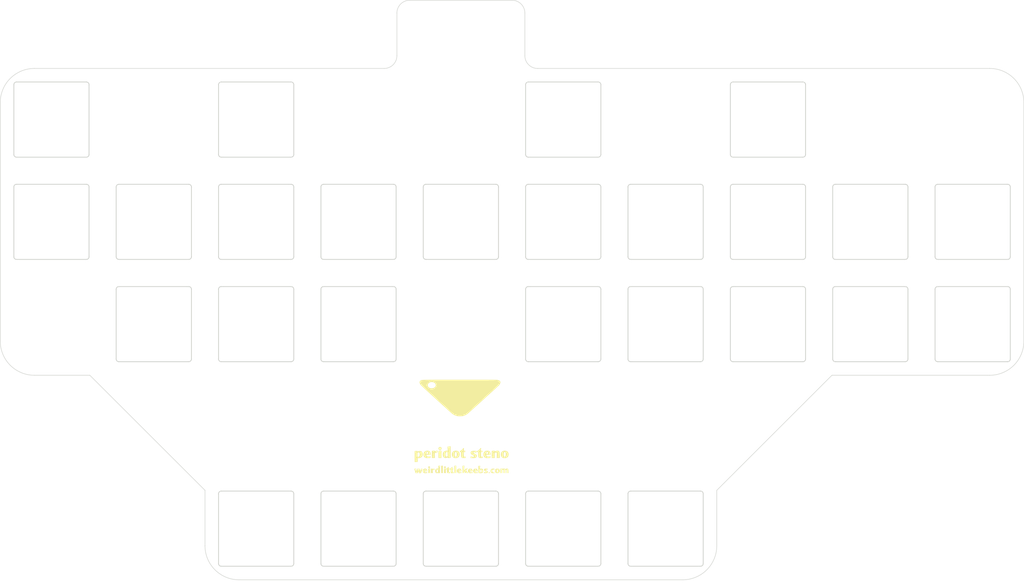
<source format=kicad_pcb>
(kicad_pcb (version 20211014) (generator pcbnew)
  (layers (0 "F.Cu" signal) (31 "B.Cu" signal) (34 "B.Paste" user) (35 "F.Paste" user) (36 "B.SilkS" user "B.Silkscreen") (37 "F.SilkS" user "F.Silkscreen") (38 "B.Mask" user) (39 "F.Mask" user) (44 "Edge.Cuts" user))
  (net 0 "")
  (footprint "MountingHole:MountingHole_2.7mm_M2.5" (layer "F.Cu") (at 95.25 44.45)
    (fp_text reference "H11")
    (fp_text value "MountingHole")
    (pad "" np_thru_hole circle (at 0 0) (size 2.7 2.7) (drill 2.7) (layers *.Cu *.Mask))
  )
  (footprint "MountingHole:MountingHole_2.7mm_M2.5" (layer "F.Cu") (at 228.6 91.44)
    (fp_text reference "H12")
    (fp_text value "MountingHole")
    (pad "" np_thru_hole circle (at 0 0) (size 2.7 2.7) (drill 2.7) (layers *.Cu *.Mask))
  )
  (footprint "MountingHole:MountingHole_2.7mm_M2.5" (layer "F.Cu") (at 190.5 44.45)
    (fp_text reference "H3")
    (fp_text value "MountingHole")
    (pad "" np_thru_hole circle (at 0 0) (size 2.7 2.7) (drill 2.7) (layers *.Cu *.Mask))
  )
  (footprint "MountingHole:MountingHole_2.7mm_M2.5" (layer "F.Cu") (at 114.3 129.54)
    (fp_text reference "H1")
    (fp_text value "MountingHole")
    (pad "" np_thru_hole circle (at 0 0) (size 2.7 2.7) (drill 2.7) (layers *.Cu *.Mask))
  )
  (footprint "FOOTPRINTS:STENO LOGO M" (layer "F.Cu") (at 142.875 104.775)
    (fp_text reference "G***")
    (fp_text value "LOGO" hide)
  )
  (footprint "MountingHole:MountingHole_2.7mm_M2.5" (layer "F.Cu") (at 64.3128 91.44)
    (fp_text reference "H2")
    (fp_text value "MountingHole")
    (pad "" np_thru_hole circle (at 0 0) (size 2.7 2.7) (drill 2.7) (layers *.Cu *.Mask))
  )
  (footprint "MountingHole:MountingHole_2.7mm_M2.5" (layer "F.Cu") (at 227.965 44.45)
    (fp_text reference "H9")
    (fp_text value "MountingHole")
    (pad "" np_thru_hole circle (at 0 0) (size 2.7 2.7) (drill 2.7) (layers *.Cu *.Mask))
  )
  (footprint "MountingHole:MountingHole_2.7mm_M2.5" (layer "F.Cu") (at 142.9004 92.71)
    (fp_text reference "H6")
    (fp_text value "MountingHole")
    (pad "" np_thru_hole circle (at 0 0) (size 2.7 2.7) (drill 2.7) (layers *.Cu *.Mask))
  )
  (footprint "MountingHole:MountingHole_2.7mm_M2.5" (layer "F.Cu") (at 171.45 129.54)
    (fp_text reference "H8")
    (fp_text value "MountingHole")
    (pad "" np_thru_hole circle (at 0 0) (size 2.7 2.7) (drill 2.7) (layers *.Cu *.Mask))
  )
  (gr_line (start 193.025 60.175) (end 193.025 73.175) (layer "Edge.Cuts") (width 0.15))
  (gr_line (start 193.525 59.675) (end 206.525 59.675) (layer "Edge.Cuts") (width 0.15))
  (gr_arc (start 226.075 92.225) (mid 225.928553 92.578553) (end 225.575 92.725) (layer "Edge.Cuts") (width 0.15))
  (gr_line (start 73.81875 95.25) (end 63.5 95.25) (layer "Edge.Cuts") (width 0.1))
  (gr_arc (start 111.775 130.325) (mid 111.628553 130.678553) (end 111.275 130.825) (layer "Edge.Cuts") (width 0.15))
  (gr_arc (start 193.525 92.725) (mid 193.171447 92.578553) (end 193.025 92.225) (layer "Edge.Cuts") (width 0.15))
  (gr_line (start 193.525 92.725) (end 206.525 92.725) (layer "Edge.Cuts") (width 0.15))
  (gr_arc (start 117.325 130.825) (mid 116.971447 130.678553) (end 116.825 130.325) (layer "Edge.Cuts") (width 0.15))
  (gr_arc (start 101.6 133.35) (mid 97.109872 131.490128) (end 95.25 127) (layer "Edge.Cuts") (width 0.1))
  (gr_line (start 173.975 79.225) (end 173.975 92.225) (layer "Edge.Cuts") (width 0.15))
  (gr_line (start 193.525 78.725) (end 206.525 78.725) (layer "Edge.Cuts") (width 0.15))
  (gr_arc (start 193.025 60.175) (mid 193.171447 59.821447) (end 193.525 59.675) (layer "Edge.Cuts") (width 0.15))
  (gr_arc (start 111.775 54.125) (mid 111.628553 54.478553) (end 111.275 54.625) (layer "Edge.Cuts") (width 0.15))
  (gr_line (start 241.3 95.25) (end 211.93125 95.25) (layer "Edge.Cuts") (width 0.1))
  (gr_line (start 117.325 59.675) (end 130.325 59.675) (layer "Edge.Cuts") (width 0.15))
  (gr_line (start 60.175 73.675) (end 73.175 73.675) (layer "Edge.Cuts") (width 0.15))
  (gr_line (start 231.625 92.725) (end 244.625 92.725) (layer "Edge.Cuts") (width 0.15))
  (gr_line (start 187.975 79.225) (end 187.975 92.225) (layer "Edge.Cuts") (width 0.15))
  (gr_arc (start 247.65 88.9) (mid 245.790128 93.390128) (end 241.3 95.25) (layer "Edge.Cuts") (width 0.1))
  (gr_line (start 130.96875 27.78125) (end 130.96875 35.71875) (layer "Edge.Cuts") (width 0.1))
  (gr_line (start 173.975 117.325) (end 173.975 130.325) (layer "Edge.Cuts") (width 0.15))
  (gr_arc (start 98.275 73.675) (mid 97.921447 73.528553) (end 97.775 73.175) (layer "Edge.Cuts") (width 0.15))
  (gr_arc (start 187.475 59.675) (mid 187.828553 59.821447) (end 187.975 60.175) (layer "Edge.Cuts") (width 0.15))
  (gr_line (start 231.125 60.175) (end 231.125 73.175) (layer "Edge.Cuts") (width 0.15))
  (gr_arc (start 187.975 73.175) (mid 187.828553 73.528553) (end 187.475 73.675) (layer "Edge.Cuts") (width 0.15))
  (gr_arc (start 212.075 79.225) (mid 212.221447 78.871447) (end 212.575 78.725) (layer "Edge.Cuts") (width 0.15))
  (gr_line (start 116.825 79.225) (end 116.825 92.225) (layer "Edge.Cuts") (width 0.15))
  (gr_arc (start 130.96875 35.71875) (mid 130.271298 37.402548) (end 128.5875 38.1) (layer "Edge.Cuts") (width 0.1))
  (gr_arc (start 111.275 78.725) (mid 111.628553 78.871447) (end 111.775 79.225) (layer "Edge.Cuts") (width 0.15))
  (gr_arc (start 207.025 73.175) (mid 206.878553 73.528553) (end 206.525 73.675) (layer "Edge.Cuts") (width 0.15))
  (gr_arc (start 226.075 73.175) (mid 225.928553 73.528553) (end 225.575 73.675) (layer "Edge.Cuts") (width 0.15))
  (gr_line (start 212.075 79.225) (end 212.075 92.225) (layer "Edge.Cuts") (width 0.15))
  (gr_arc (start 149.875 130.325) (mid 149.728553 130.678553) (end 149.375 130.825) (layer "Edge.Cuts") (width 0.15))
  (gr_line (start 95.25 116.68125) (end 73.81875 95.25) (layer "Edge.Cuts") (width 0.1))
  (gr_arc (start 59.675 41.125) (mid 59.821447 40.771447) (end 60.175 40.625) (layer "Edge.Cuts") (width 0.15))
  (gr_line (start 211.93125 95.25) (end 190.5 116.68125) (layer "Edge.Cuts") (width 0.1))
  (gr_line (start 154.78125 27.78125) (end 154.78125 35.71875) (layer "Edge.Cuts") (width 0.1))
  (gr_line (start 212.575 78.725) (end 225.575 78.725) (layer "Edge.Cuts") (width 0.15))
  (gr_line (start 226.075 60.175) (end 226.075 73.175) (layer "Edge.Cuts") (width 0.15))
  (gr_line (start 92.725 60.175) (end 92.725 73.175) (layer "Edge.Cuts") (width 0.15))
  (gr_line (start 193.025 41.125) (end 193.025 54.125) (layer "Edge.Cuts") (width 0.15))
  (gr_line (start 79.225 92.725) (end 92.225 92.725) (layer "Edge.Cuts") (width 0.15))
  (gr_arc (start 225.575 59.675) (mid 225.928553 59.821447) (end 226.075 60.175) (layer "Edge.Cuts") (width 0.15))
  (gr_arc (start 92.225 78.725) (mid 92.578553 78.871447) (end 92.725 79.225) (layer "Edge.Cuts") (width 0.15))
  (gr_line (start 130.825 60.175) (end 130.825 73.175) (layer "Edge.Cuts") (width 0.15))
  (gr_line (start 155.425 92.725) (end 168.425 92.725) (layer "Edge.Cuts") (width 0.15))
  (gr_line (start 98.275 73.675) (end 111.275 73.675) (layer "Edge.Cuts") (width 0.15))
  (gr_line (start 187.975 117.325) (end 187.975 130.325) (layer "Edge.Cuts") (width 0.15))
  (gr_line (start 128.5875 38.1) (end 63.5 38.1) (layer "Edge.Cuts") (width 0.1))
  (gr_arc (start 130.325 78.725) (mid 130.678553 78.871447) (end 130.825 79.225) (layer "Edge.Cuts") (width 0.15))
  (gr_arc (start 207.025 92.225) (mid 206.878553 92.578553) (end 206.525 92.725) (layer "Edge.Cuts") (width 0.15))
  (gr_arc (start 98.275 130.825) (mid 97.921447 130.678553) (end 97.775 130.325) (layer "Edge.Cuts") (width 0.15))
  (gr_arc (start 149.875 73.175) (mid 149.728553 73.528553) (end 149.375 73.675) (layer "Edge.Cuts") (width 0.15))
  (gr_arc (start 212.075 60.175) (mid 212.221447 59.821447) (end 212.575 59.675) (layer "Edge.Cuts") (width 0.15))
  (gr_arc (start 117.325 73.675) (mid 116.971447 73.528553) (end 116.825 73.175) (layer "Edge.Cuts") (width 0.15))
  (gr_line (start 231.125 79.225) (end 231.125 92.225) (layer "Edge.Cuts") (width 0.15))
  (gr_line (start 193.025 79.225) (end 193.025 92.225) (layer "Edge.Cuts") (width 0.15))
  (gr_line (start 207.025 41.125) (end 207.025 54.125) (layer "Edge.Cuts") (width 0.15))
  (gr_line (start 60.175 40.625) (end 73.175 40.625) (layer "Edge.Cuts") (width 0.15))
  (gr_arc (start 130.825 92.225) (mid 130.678553 92.578553) (end 130.325 92.725) (layer "Edge.Cuts") (width 0.15))
  (gr_line (start 168.925 41.125) (end 168.925 54.125) (layer "Edge.Cuts") (width 0.15))
  (gr_arc (start 111.775 92.225) (mid 111.628553 92.578553) (end 111.275 92.725) (layer "Edge.Cuts") (width 0.15))
  (gr_arc (start 157.1625 38.1) (mid 155.478702 37.402548) (end 154.78125 35.71875) (layer "Edge.Cuts") (width 0.1))
  (gr_arc (start 154.925 41.125) (mid 155.071447 40.771447) (end 155.425 40.625) (layer "Edge.Cuts") (width 0.15))
  (gr_arc (start 168.425 40.625) (mid 168.778553 40.771447) (end 168.925 41.125) (layer "Edge.Cuts") (width 0.15))
  (gr_arc (start 73.675 54.125) (mid 73.528553 54.478553) (end 73.175 54.625) (layer "Edge.Cuts") (width 0.15))
  (gr_arc (start 206.525 59.675) (mid 206.878553 59.821447) (end 207.025 60.175) (layer "Edge.Cuts") (width 0.15))
  (gr_line (start 174.475 92.725) (end 187.475 92.725) (layer "Edge.Cuts") (width 0.15))
  (gr_arc (start 116.825 117.325) (mid 116.971447 116.971447) (end 117.325 116.825) (layer "Edge.Cuts") (width 0.15))
  (gr_line (start 226.075 79.225) (end 226.075 92.225) (layer "Edge.Cuts") (width 0.15))
  (gr_line (start 59.675 60.175) (end 59.675 73.175) (layer "Edge.Cuts") (width 0.15))
  (gr_line (start 98.275 40.625) (end 111.275 40.625) (layer "Edge.Cuts") (width 0.15))
  (gr_line (start 116.825 60.175) (end 116.825 73.175) (layer "Edge.Cuts") (width 0.15))
  (gr_line (start 245.125 79.225) (end 245.125 92.225) (layer "Edge.Cuts") (width 0.15))
  (gr_line (start 111.775 117.325) (end 111.775 130.325) (layer "Edge.Cuts") (width 0.15))
  (gr_line (start 187.975 60.175) (end 187.975 73.175) (layer "Edge.Cuts") (width 0.15))
  (gr_arc (start 231.125 79.225) (mid 231.271447 78.871447) (end 231.625 78.725) (layer "Edge.Cuts") (width 0.15))
  (gr_arc (start 154.925 79.225) (mid 155.071447 78.871447) (end 155.425 78.725) (layer "Edge.Cuts") (width 0.15))
  (gr_arc (start 155.425 92.725) (mid 155.071447 92.578553) (end 154.925 92.225) (layer "Edge.Cuts") (width 0.15))
  (gr_line (start 116.825 117.325) (end 116.825 130.325) (layer "Edge.Cuts") (width 0.15))
  (gr_line (start 78.725 60.175) (end 78.725 73.175) (layer "Edge.Cuts") (width 0.15))
  (gr_arc (start 97.775 117.325) (mid 97.921447 116.971447) (end 98.275 116.825) (layer "Edge.Cuts") (width 0.15))
  (gr_line (start 136.375 116.825) (end 149.375 116.825) (layer "Edge.Cuts") (width 0.15))
  (gr_line (start 193.525 73.675) (end 206.525 73.675) (layer "Edge.Cuts") (width 0.15))
  (gr_line (start 155.425 116.825) (end 168.425 116.825) (layer "Edge.Cuts") (width 0.15))
  (gr_line (start 155.425 59.675) (end 168.425 59.675) (layer "Edge.Cuts") (width 0.15))
  (gr_line (start 136.375 59.675) (end 149.375 59.675) (layer "Edge.Cuts") (width 0.15))
  (gr_line (start 133.35 25.4) (end 152.4 25.4) (layer "Edge.Cuts") (width 0.1))
  (gr_arc (start 187.475 116.825) (mid 187.828553 116.971447) (end 187.975 117.325) (layer "Edge.Cuts") (width 0.15))
  (gr_arc (start 231.625 92.725) (mid 231.271447 92.578553) (end 231.125 92.225) (layer "Edge.Cuts") (width 0.15))
  (gr_arc (start 206.525 40.625) (mid 206.878553 40.771447) (end 207.025 41.125) (layer "Edge.Cuts") (width 0.15))
  (gr_line (start 135.875 60.175) (end 135.875 73.175) (layer "Edge.Cuts") (width 0.15))
  (gr_line (start 92.725 79.225) (end 92.725 92.225) (layer "Edge.Cuts") (width 0.15))
  (gr_line (start 79.225 78.725) (end 92.225 78.725) (layer "Edge.Cuts") (width 0.15))
  (gr_line (start 193.525 40.625) (end 206.525 40.625) (layer "Edge.Cuts") (width 0.15))
  (gr_line (start 154.925 117.325) (end 154.925 130.325) (layer "Edge.Cuts") (width 0.15))
  (gr_line (start 60.175 54.625) (end 73.175 54.625) (layer "Edge.Cuts") (width 0.15))
  (gr_arc (start 187.475 78.725) (mid 187.828553 78.871447) (end 187.975 79.225) (layer "Edge.Cuts") (width 0.15))
  (gr_arc (start 207.025 54.125) (mid 206.878553 54.478553) (end 206.525 54.625) (layer "Edge.Cuts") (width 0.15))
  (gr_line (start 193.525 54.625) (end 206.525 54.625) (layer "Edge.Cuts") (width 0.15))
  (gr_line (start 174.475 130.825) (end 187.475 130.825) (layer "Edge.Cuts") (width 0.15))
  (gr_line (start 130.825 79.225) (end 130.825 92.225) (layer "Edge.Cuts") (width 0.15))
  (gr_arc (start 206.525 78.725) (mid 206.878553 78.871447) (end 207.025 79.225) (layer "Edge.Cuts") (width 0.15))
  (gr_arc (start 187.975 92.225) (mid 187.828553 92.578553) (end 187.475 92.725) (layer "Edge.Cuts") (width 0.15))
  (gr_line (start 136.375 73.675) (end 149.375 73.675) (layer "Edge.Cuts") (width 0.15))
  (gr_arc (start 174.475 130.825) (mid 174.121447 130.678553) (end 173.975 130.325) (layer "Edge.Cuts") (width 0.15))
  (gr_arc (start 111.275 40.625) (mid 111.628553 40.771447) (end 111.775 41.125) (layer "Edge.Cuts") (width 0.15))
  (gr_line (start 212.575 59.675) (end 225.575 59.675) (layer "Edge.Cuts") (width 0.15))
  (gr_line (start 97.775 117.325) (end 97.775 130.325) (layer "Edge.Cuts") (width 0.15))
  (gr_arc (start 173.975 117.325) (mid 174.121447 116.971447) (end 174.475 116.825) (layer "Edge.Cuts") (width 0.15))
  (gr_arc (start 73.675 73.175) (mid 73.528553 73.528553) (end 73.175 73.675) (layer "Edge.Cuts") (width 0.15))
  (gr_arc (start 149.375 116.825) (mid 149.728553 116.971447) (end 149.875 117.325) (layer "Edge.Cuts") (width 0.15))
  (gr_line (start 60.175 59.675) (end 73.175 59.675) (layer "Edge.Cuts") (width 0.15))
  (gr_line (start 212.575 73.675) (end 225.575 73.675) (layer "Edge.Cuts") (width 0.15))
  (gr_arc (start 79.225 92.725) (mid 78.871447 92.578553) (end 78.725 92.225) (layer "Edge.Cuts") (width 0.15))
  (gr_line (start 117.325 92.725) (end 130.325 92.725) (layer "Edge.Cuts") (width 0.15))
  (gr_line (start 111.775 60.175) (end 111.775 73.175) (layer "Edge.Cuts") (width 0.15))
  (gr_line (start 136.375 130.825) (end 149.375 130.825) (layer "Edge.Cuts") (width 0.15))
  (gr_line (start 173.975 60.175) (end 173.975 73.175) (layer "Edge.Cuts") (width 0.15))
  (gr_arc (start 155.425 130.825) (mid 155.071447 130.678553) (end 154.925 130.325) (layer "Edge.Cuts") (width 0.15))
  (gr_arc (start 98.275 92.725) (mid 97.921447 92.578553) (end 97.775 92.225) (layer "Edge.Cuts") (width 0.15))
  (gr_line (start 168.925 60.175) (end 168.925 73.175) (layer "Edge.Cuts") (width 0.15))
  (gr_arc (start 63.5 95.25) (mid 59.009872 93.390128) (end 57.15 88.9) (layer "Edge.Cuts") (width 0.1))
  (gr_line (start 247.65 44.45) (end 247.65 88.9) (layer "Edge.Cuts") (width 0.1))
  (gr_arc (start 168.425 59.675) (mid 168.778553 59.821447) (end 168.925 60.175) (layer "Edge.Cuts") (width 0.15))
  (gr_arc (start 79.225 73.675) (mid 78.871447 73.528553) (end 78.725 73.175) (layer "Edge.Cuts") (width 0.15))
  (gr_arc (start 130.96875 27.78125) (mid 131.66622 26.097484) (end 133.35 25.4) (layer "Edge.Cuts") (width 0.1))
  (gr_line (start 130.825 117.325) (end 130.825 130.325) (layer "Edge.Cuts") (width 0.15))
  (gr_arc (start 78.725 79.225) (mid 78.871447 78.871447) (end 79.225 78.725) (layer "Edge.Cuts") (width 0.15))
  (gr_line (start 57.15 88.9) (end 57.15 44.45) (layer "Edge.Cuts") (width 0.1))
  (gr_line (start 79.225 59.675) (end 92.225 59.675) (layer "Edge.Cuts") (width 0.15))
  (gr_line (start 168.925 79.225) (end 168.925 92.225) (layer "Edge.Cuts") (width 0.15))
  (gr_arc (start 168.425 116.825) (mid 168.778553 116.971447) (end 168.925 117.325) (layer "Edge.Cuts") (width 0.15))
  (gr_arc (start 231.125 60.175) (mid 231.271447 59.821447) (end 231.625 59.675) (layer "Edge.Cuts") (width 0.15))
  (gr_arc (start 193.525 54.625) (mid 193.171447 54.478553) (end 193.025 54.125) (layer "Edge.Cuts") (width 0.15))
  (gr_arc (start 117.325 92.725) (mid 116.971447 92.578553) (end 116.825 92.225) (layer "Edge.Cuts") (width 0.15))
  (gr_line (start 111.775 79.225) (end 111.775 92.225) (layer "Edge.Cuts") (width 0.15))
  (gr_line (start 117.325 78.725) (end 130.325 78.725) (layer "Edge.Cuts") (width 0.15))
  (gr_line (start 155.425 40.625) (end 168.425 40.625) (layer "Edge.Cuts") (width 0.15))
  (gr_line (start 168.925 117.325) (end 168.925 130.325) (layer "Edge.Cuts") (width 0.15))
  (gr_arc (start 97.775 60.175) (mid 97.921447 59.821447) (end 98.275 59.675) (layer "Edge.Cuts") (width 0.15))
  (gr_arc (start 155.425 54.625) (mid 155.071447 54.478553) (end 154.925 54.125) (layer "Edge.Cuts") (width 0.15))
  (gr_line (start 155.425 78.725) (end 168.425 78.725) (layer "Edge.Cuts") (width 0.15))
  (gr_arc (start 241.3 38.1) (mid 245.790128 39.959872) (end 247.65 44.45) (layer "Edge.Cuts") (width 0.1))
  (gr_line (start 231.625 59.675) (end 244.625 59.675) (layer "Edge.Cuts") (width 0.15))
  (gr_arc (start 97.775 41.125) (mid 97.921447 40.771447) (end 98.275 40.625) (layer "Edge.Cuts") (width 0.15))
  (gr_line (start 174.475 116.825) (end 187.475 116.825) (layer "Edge.Cuts") (width 0.15))
  (gr_line (start 157.1625 38.1) (end 241.3 38.1) (layer "Edge.Cuts") (width 0.1))
  (gr_line (start 245.125 60.175) (end 245.125 73.175) (layer "Edge.Cuts") (width 0.15))
  (gr_line (start 98.275 130.825) (end 111.275 130.825) (layer "Edge.Cuts") (width 0.15))
  (gr_arc (start 130.825 73.175) (mid 130.678553 73.528553) (end 130.325 73.675) (layer "Edge.Cuts") (width 0.15))
  (gr_arc (start 193.525 73.675) (mid 193.171447 73.528553) (end 193.025 73.175) (layer "Edge.Cuts") (width 0.15))
  (gr_arc (start 193.025 79.225) (mid 193.171447 78.871447) (end 193.525 78.725) (layer "Edge.Cuts") (width 0.15))
  (gr_line (start 117.325 73.675) (end 130.325 73.675) (layer "Edge.Cuts") (width 0.15))
  (gr_arc (start 116.825 60.175) (mid 116.971447 59.821447) (end 117.325 59.675) (layer "Edge.Cuts") (width 0.15))
  (gr_line (start 155.425 73.675) (end 168.425 73.675) (layer "Edge.Cuts") (width 0.15))
  (gr_arc (start 174.475 73.675) (mid 174.121447 73.528553) (end 173.975 73.175) (layer "Edge.Cuts") (width 0.15))
  (gr_arc (start 245.125 73.175) (mid 244.978553 73.528553) (end 244.625 73.675) (layer "Edge.Cuts") (width 0.15))
  (gr_line (start 212.075 60.175) (end 212.075 73.175) (layer "Edge.Cuts") (width 0.15))
  (gr_arc (start 136.375 130.825) (mid 136.021447 130.678553) (end 135.875 130.325) (layer "Edge.Cuts") (width 0.15))
  (gr_line (start 59.675 41.125) (end 59.675 54.125) (layer "Edge.Cuts") (width 0.15))
  (gr_line (start 149.875 117.325) (end 149.875 130.325) (layer "Edge.Cuts") (width 0.15))
  (gr_arc (start 136.375 73.675) (mid 136.021447 73.528553) (end 135.875 73.175) (layer "Edge.Cuts") (width 0.15))
  (gr_line (start 95.25 116.68125) (end 95.25 127) (layer "Edge.Cuts") (width 0.1))
  (gr_arc (start 152.4 25.4) (mid 154.083816 26.097449) (end 154.78125 27.78125) (layer "Edge.Cuts") (width 0.1))
  (gr_line (start 190.5 127) (end 190.5 116.68125) (layer "Edge.Cuts") (width 0.1))
  (gr_arc (start 111.775 73.175) (mid 111.628553 73.528553) (end 111.275 73.675) (layer "Edge.Cuts") (width 0.15))
  (gr_line (start 231.625 73.675) (end 244.625 73.675) (layer "Edge.Cuts") (width 0.15))
  (gr_line (start 174.475 78.725) (end 187.475 78.725) (layer "Edge.Cuts") (width 0.15))
  (gr_arc (start 73.175 59.675) (mid 73.528553 59.821447) (end 73.675 60.175) (layer "Edge.Cuts") (width 0.15))
  (gr_line (start 78.725 79.225) (end 78.725 92.225) (layer "Edge.Cuts") (width 0.15))
  (gr_line (start 98.275 116.825) (end 111.275 116.825) (layer "Edge.Cuts") (width 0.15))
  (gr_arc (start 130.325 59.675) (mid 130.678553 59.821447) (end 130.825 60.175) (layer "Edge.Cuts") (width 0.15))
  (gr_line (start 231.625 78.725) (end 244.625 78.725) (layer "Edge.Cuts") (width 0.15))
  (gr_line (start 98.275 78.725) (end 111.275 78.725) (layer "Edge.Cuts") (width 0.15))
  (gr_arc (start 168.925 130.325) (mid 168.778553 130.678553) (end 168.425 130.825) (layer "Edge.Cuts") (width 0.15))
  (gr_arc (start 149.375 59.675) (mid 149.728553 59.821447) (end 149.875 60.175) (layer "Edge.Cuts") (width 0.15))
  (gr_line (start 212.575 92.725) (end 225.575 92.725) (layer "Edge.Cuts") (width 0.15))
  (gr_line (start 98.275 54.625) (end 111.275 54.625) (layer "Edge.Cuts") (width 0.15))
  (gr_line (start 97.775 41.125) (end 97.775 54.125) (layer "Edge.Cuts") (width 0.15))
  (gr_arc (start 174.475 92.725) (mid 174.121447 92.578553) (end 173.975 92.225) (layer "Edge.Cuts") (width 0.15))
  (gr_arc (start 78.725 60.175) (mid 78.871447 59.821447) (end 79.225 59.675) (layer "Edge.Cuts") (width 0.15))
  (gr_arc (start 244.625 59.675) (mid 244.978553 59.821447) (end 245.125 60.175) (layer "Edge.Cuts") (width 0.15))
  (gr_arc (start 111.275 59.675) (mid 111.628553 59.821447) (end 111.775 60.175) (layer "Edge.Cuts") (width 0.15))
  (gr_line (start 117.325 130.825) (end 130.325 130.825) (layer "Edge.Cuts") (width 0.15))
  (gr_arc (start 59.675 60.175) (mid 59.821447 59.821447) (end 60.175 59.675) (layer "Edge.Cuts") (width 0.15))
  (gr_line (start 149.875 60.175) (end 149.875 73.175) (layer "Edge.Cuts") (width 0.15))
  (gr_arc (start 245.125 92.225) (mid 244.978553 92.578553) (end 244.625 92.725) (layer "Edge.Cuts") (width 0.15))
  (gr_arc (start 73.175 40.625) (mid 73.528553 40.771447) (end 73.675 41.125) (layer "Edge.Cuts") (width 0.15))
  (gr_line (start 73.675 41.125) (end 73.675 54.125) (layer "Edge.Cuts") (width 0.15))
  (gr_line (start 117.325 116.825) (end 130.325 116.825) (layer "Edge.Cuts") (width 0.15))
  (gr_arc (start 212.575 73.675) (mid 212.221447 73.528553) (end 212.075 73.175) (layer "Edge.Cuts") (width 0.15))
  (gr_line (start 174.475 73.675) (end 187.475 73.675) (layer "Edge.Cuts") (width 0.15))
  (gr_arc (start 168.425 78.725) (mid 168.778553 78.871447) (end 168.925 79.225) (layer "Edge.Cuts") (width 0.15))
  (gr_line (start 79.225 73.675) (end 92.225 73.675) (layer "Edge.Cuts") (width 0.15))
  (gr_line (start 135.875 117.325) (end 135.875 130.325) (layer "Edge.Cuts") (width 0.15))
  (gr_arc (start 173.975 60.175) (mid 174.121447 59.821447) (end 174.475 59.675) (layer "Edge.Cuts") (width 0.15))
  (gr_arc (start 187.975 130.325) (mid 187.828553 130.678553) (end 187.475 130.825) (layer "Edge.Cuts") (width 0.15))
  (gr_arc (start 92.225 59.675) (mid 92.578553 59.821447) (end 92.725 60.175) (layer "Edge.Cuts") (width 0.15))
  (gr_arc (start 190.5 127) (mid 188.640128 131.490128) (end 184.15 133.35) (layer "Edge.Cuts") (width 0.1))
  (gr_line (start 174.475 59.675) (end 187.475 59.675) (layer "Edge.Cuts") (width 0.15))
  (gr_arc (start 135.875 117.325) (mid 136.021447 116.971447) (end 136.375 116.825) (layer "Edge.Cuts") (width 0.15))
  (gr_arc (start 231.625 73.675) (mid 231.271447 73.528553) (end 231.125 73.175) (layer "Edge.Cuts") (width 0.15))
  (gr_line (start 154.925 79.225) (end 154.925 92.225) (layer "Edge.Cuts") (width 0.15))
  (gr_arc (start 154.925 117.325) (mid 155.071447 116.971447) (end 155.425 116.825) (layer "Edge.Cuts") (width 0.15))
  (gr_arc (start 130.325 116.825) (mid 130.678553 116.971447) (end 130.825 117.325) (layer "Edge.Cuts") (width 0.15))
  (gr_line (start 101.6 133.35) (end 184.15 133.35) (layer "Edge.Cuts") (width 0.1))
  (gr_arc (start 244.625 78.725) (mid 244.978553 78.871447) (end 245.125 79.225) (layer "Edge.Cuts") (width 0.15))
  (gr_arc (start 111.275 116.825) (mid 111.628553 116.971447) (end 111.775 117.325) (layer "Edge.Cuts") (width 0.15))
  (gr_line (start 155.425 54.625) (end 168.425 54.625) (layer "Edge.Cuts") (width 0.15))
  (gr_arc (start 135.875 60.175) (mid 136.021447 59.821447) (end 136.375 59.675) (layer "Edge.Cuts") (width 0.15))
  (gr_line (start 207.025 79.225) (end 207.025 92.225) (layer "Edge.Cuts") (width 0.15))
  (gr_line (start 73.675 60.175) (end 73.675 73.175) (layer "Edge.Cuts") (width 0.15))
  (gr_arc (start 60.175 54.625) (mid 59.821447 54.478553) (end 59.675 54.125) (layer "Edge.Cuts") (width 0.15))
  (gr_arc (start 60.175 73.675) (mid 59.821447 73.528553) (end 59.675 73.175) (layer "Edge.Cuts") (width 0.15))
  (gr_arc (start 168.925 54.125) (mid 168.778553 54.478553) (end 168.425 54.625) (layer "Edge.Cuts") (width 0.15))
  (gr_line (start 97.775 79.225) (end 97.775 92.225) (layer "Edge.Cuts") (width 0.15))
  (gr_arc (start 168.925 73.175) (mid 168.778553 73.528553) (end 168.425 73.675) (layer "Edge.Cuts") (width 0.15))
  (gr_arc (start 173.975 79.225) (mid 174.121447 78.871447) (end 174.475 78.725) (layer "Edge.Cuts") (width 0.15))
  (gr_arc (start 116.825 79.225) (mid 116.971447 78.871447) (end 117.325 78.725) (layer "Edge.Cuts") (width 0.15))
  (gr_arc (start 212.575 92.725) (mid 212.221447 92.578553) (end 212.075 92.225) (layer "Edge.Cuts") (width 0.15))
  (gr_arc (start 155.425 73.675) (mid 155.071447 73.528553) (end 154.925 73.175) (layer "Edge.Cuts") (width 0.15))
  (gr_line (start 155.425 130.825) (end 168.425 130.825) (layer "Edge.Cuts") (width 0.15))
  (gr_line (start 97.775 60.175) (end 97.775 73.175) (layer "Edge.Cuts") (width 0.15))
  (gr_arc (start 168.925 92.225) (mid 168.778553 92.578553) (end 168.425 92.725) (layer "Edge.Cuts") (width 0.15))
  (gr_arc (start 92.725 73.175) (mid 92.578553 73.528553) (end 92.225 73.675) (layer "Edge.Cuts") (width 0.15))
  (gr_arc (start 97.775 79.225) (mid 97.921447 78.871447) (end 98.275 78.725) (layer "Edge.Cuts") (width 0.15))
  (gr_arc (start 92.725 92.225) (mid 92.578553 92.578553) (end 92.225 92.725) (layer "Edge.Cuts") (width 0.15))
  (gr_line (start 154.925 41.125) (end 154.925 54.125) (layer "Edge.Cuts") (width 0.15))
  (gr_arc (start 154.925 60.175) (mid 155.071447 59.821447) (end 155.425 59.675) (layer "Edge.Cuts") (width 0.15))
  (gr_arc (start 130.825 130.325) (mid 130.678553 130.678553) (end 130.325 130.825) (layer "Edge.Cuts") (width 0.15))
  (gr_arc (start 57.15 44.45) (mid 59.009872 39.959872) (end 63.5 38.1) (layer "Edge.Cuts") (width 0.1))
  (gr_line (start 111.775 41.125) (end 111.775 54.125) (layer "Edge.Cuts") (width 0.15))
  (gr_line (start 98.275 92.725) (end 111.275 92.725) (layer "Edge.Cuts") (width 0.15))
  (gr_arc (start 225.575 78.725) (mid 225.928553 78.871447) (end 226.075 79.225) (layer "Edge.Cuts") (width 0.15))
  (gr_arc (start 193.025 41.125) (mid 193.171447 40.771447) (end 193.525 40.625) (layer "Edge.Cuts") (width 0.15))
  (gr_line (start 98.275 59.675) (end 111.275 59.675) (layer "Edge.Cuts") (width 0.15))
  (gr_line (start 207.025 60.175) (end 207.025 73.175) (layer "Edge.Cuts") (width 0.15))
  (gr_line (start 154.925 60.175) (end 154.925 73.175) (layer "Edge.Cuts") (width 0.15))
  (gr_arc (start 98.275 54.625) (mid 97.921447 54.478553) (end 97.775 54.125) (layer "Edge.Cuts") (width 0.15))
)
</source>
